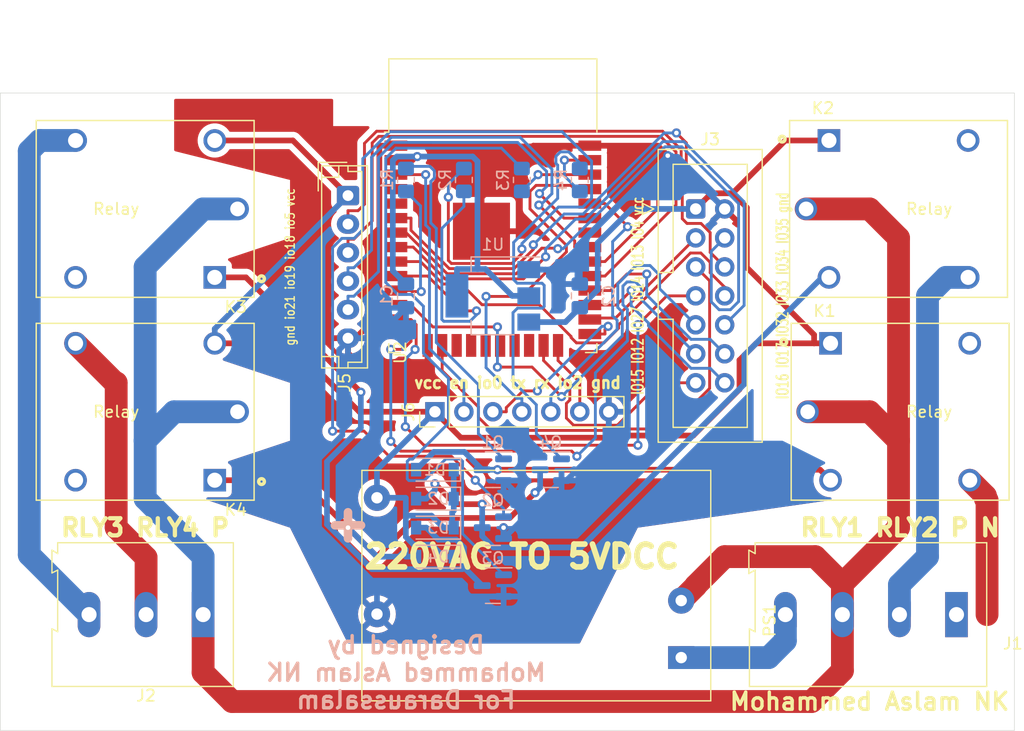
<source format=kicad_pcb>
(kicad_pcb (version 20211014) (generator pcbnew)
  (layers (0 "F.Cu" signal) (31 "B.Cu" signal) (34 "B.Paste" user) (35 "F.Paste" user) (36 "B.SilkS" user "B.Silkscreen") (37 "F.SilkS" user "F.Silkscreen") (38 "B.Mask" user) (39 "F.Mask" user) (44 "Edge.Cuts" user))
  (net 0 "")
  (net 1 "VCC")
  (net 2 "Net-(D1-Pad2)")
  (net 3 "Net-(D2-Pad2)")
  (net 4 "Net-(D3-Pad2)")
  (net 5 "Net-(D4-Pad2)")
  (net 6 "AC")
  (net 7 "Net-(C1-Pad1)")
  (net 8 "GND")
  (net 9 "Earth")
  (net 10 "Net-(J1-Pad1)")
  (net 11 "Net-(J3-Pad3)")
  (net 12 "Net-(J5-Pad2)")
  (net 13 "Net-(J5-Pad3)")
  (net 14 "Net-(J5-Pad4)")
  (net 15 "Net-(J5-Pad5)")
  (net 20 "Net-(Q1-Pad1)")
  (net 21 "Net-(Q2-Pad1)")
  (net 22 "Net-(Q3-Pad1)")
  (net 23 "Net-(Q4-Pad1)")
  (net 24 "Net-(R1-Pad2)")
  (net 25 "Net-(R2-Pad2)")
  (net 26 "Net-(R3-Pad2)")
  (net 27 "Net-(R4-Pad2)")
  (net 30 "Net-(J3-Pad4)")
  (net 37 "Net-(J3-Pad5)")
  (net 39 "Net-(J3-Pad6)")
  (net 40 "Net-(J3-Pad7)")
  (net 41 "Net-(J3-Pad8)")
  (net 42 "Net-(J3-Pad9)")
  (net 43 "Net-(J3-Pad10)")
  (net 44 "Net-(J6-Pad2)")
  (net 45 "Net-(J6-Pad3)")
  (net 46 "Net-(J6-Pad4)")
  (net 47 "Net-(J6-Pad5)")
  (net 48 "Net-(J6-Pad6)")
  (net 49 "Net-(J3-Pad11)")
  (net 50 "Net-(J3-Pad12)")
  (net 51 "Net-(J3-Pad13)")
  (net 52 "Net-(J3-Pad14)")
  (net 53 "Net-(J1-Pad2)")
  (net 54 "Net-(J2-Pad2)")
  (net 55 "Net-(J2-Pad3)")
  (footprint "Connector_IDC:IDC-Header_2x07_P2.54mm_Vertical" (layer "F.Cu") (at 147.32 63.5)
    (fp_text reference "J3")
    (fp_text value "Conn_02x07_Odd_Even")
  )
  (footprint "1111common:Converter_ACDC_CHEAP" (layer "F.Cu") (at 149.86 99.02 180)
    (fp_text reference "PS1")
    (fp_text value "HLK-PM01")
  )
  (footprint "1111common:RELAY_SRD-05VDC-SL-C" (layer "F.Cu") (at 99.06 63.5 180)
    (fp_text reference "K3")
    (fp_text value "Relay")
  )
  (footprint "Connector_PinHeader_2.54mm:PinHeader_1x07_P2.54mm_Vertical" (layer "F.Cu") (at 124.46 81.28 90)
    (fp_text reference "J6")
    (fp_text value "Conn_01x07_Male")
  )
  (footprint "1111common:RELAY_SRD-05VDC-SL-C" (layer "F.Cu") (at 99.06 81.28 180)
    (fp_text reference "K4")
    (fp_text value "Relay")
  )
  (footprint "1111common:RELAY_SRD-05VDC-SL-C" (layer "F.Cu") (at 165.24 81.28)
    (fp_text reference "K1")
    (fp_text value "Relay")
  )
  (footprint "RF_Module:ESP32-WROOM-32" (layer "F.Cu") (at 129.54 66.21)
    (fp_text reference "U2")
    (fp_text value "ESP32-WROOM-32")
  )
  (footprint "1111common:RELAY_SRD-05VDC-SL-C" (layer "F.Cu") (at 165.1 63.5)
    (fp_text reference "K2")
    (fp_text value "Relay")
  )
  (footprint "TerminalBlock:TerminalBlock_Altech_AK300-4_P5.00mm" (layer "F.Cu") (at 170.18 99.06 180)
    (fp_text reference "J1")
    (fp_text value "Screw_Terminal_01x04")
  )
  (footprint "TerminalBlock:TerminalBlock_Altech_AK300-3_P5.00mm" (layer "F.Cu") (at 104.14 99.06 180)
    (fp_text reference "J2")
    (fp_text value "Screw_Terminal_01x03")
  )
  (footprint "Connector_JST:JST_EH_B6B-EH-A_1x06_P2.50mm_Vertical" (layer "F.Cu") (at 116.84 62.33 -90)
    (fp_text reference "J5")
    (fp_text value "Conn_01x06_Female")
  )
  (footprint "Package_TO_SOT_SMD:SOT-23" (layer "B.Cu") (at 129.54 96.52 180)
    (fp_text reference "Q3")
    (fp_text value "BC847")
  )
  (footprint "Diode_SMD:D_SOD-123" (layer "B.Cu") (at 124.46 86.36 180)
    (fp_text reference "D1")
    (fp_text value "1N4007")
  )
  (footprint "Package_TO_SOT_SMD:SOT-223-3_TabPin2" (layer "B.Cu") (at 129.54 71.12 180)
    (fp_text reference "U1")
    (fp_text value "AMS1117")
  )
  (footprint "Package_TO_SOT_SMD:SOT-23" (layer "B.Cu") (at 134.62 86.36 180)
    (fp_text reference "Q4")
    (fp_text value "BC847")
  )
  (footprint "Package_TO_SOT_SMD:SOT-23" (layer "B.Cu") (at 129.54 91.44 180)
    (fp_text reference "Q2")
    (fp_text value "BC847")
  )
  (footprint "Capacitor_SMD:C_0805_2012Metric_Pad1.18x1.45mm_HandSolder" (layer "B.Cu") (at 137.16 71.12 90)
    (fp_text reference "C2")
    (fp_text value "10u")
  )
  (footprint "Diode_SMD:D_SOD-123" (layer "B.Cu") (at 124.46 93.98 180)
    (fp_text reference "D4")
    (fp_text value "1N4007")
  )
  (footprint "Package_TO_SOT_SMD:SOT-23" (layer "B.Cu") (at 129.54 86.36 180)
    (fp_text reference "Q1")
    (fp_text value "BC847")
  )
  (footprint "Diode_SMD:D_SOD-123" (layer "B.Cu") (at 124.46 91.44 180)
    (fp_text reference "D3")
    (fp_text value "1N4007")
  )
  (footprint "Resistor_SMD:R_0805_2012Metric_Pad1.20x1.40mm_HandSolder" (layer "B.Cu") (at 137.16 60.96 -90)
    (fp_text reference "R4")
    (fp_text value "330")
  )
  (footprint "Diode_SMD:D_SOD-123" (layer "B.Cu") (at 124.46 88.9 180)
    (fp_text reference "D2")
    (fp_text value "1N4007")
  )
  (footprint "Resistor_SMD:R_0805_2012Metric_Pad1.20x1.40mm_HandSolder" (layer "B.Cu") (at 132.08 60.96 -90)
    (fp_text reference "R3")
    (fp_text value "330")
  )
  (footprint "Capacitor_SMD:C_0805_2012Metric_Pad1.18x1.45mm_HandSolder" (layer "B.Cu") (at 121.92 71.12 -90)
    (fp_text reference "C1")
    (fp_text value "10u")
  )
  (footprint "Resistor_SMD:R_0805_2012Metric_Pad1.20x1.40mm_HandSolder" (layer "B.Cu") (at 127 60.96 -90)
    (fp_text reference "R2")
    (fp_text value "330")
  )
  (footprint "Resistor_SMD:R_0805_2012Metric_Pad1.20x1.40mm_HandSolder" (layer "B.Cu") (at 121.92 60.96 -90)
    (fp_text reference "R1")
    (fp_text value "330")
  )
  (gr_rect (start 86.36 53.34) (end 175.26 109.22) (layer "Edge.Cuts") (width 0.05) (fill none))
  (gr_text "+" (at 116.84 91.44 180) (layer "B.SilkS") (effects (font (size 3 3) (thickness 0.75)) (justify mirror)))
  (gr_text "Designed by\nMohammed Aslam NK\nFor Daraussalam" (at 121.92 104.14) (layer "B.SilkS") (effects (font (size 1.5 1.5) (thickness 0.3)) (justify mirror)))
  (gr_text "Relay" (at 96.52 63.5) (layer "F.SilkS") (effects (font (size 1 1))))
  (gr_text "Relay" (at 167.78 81.28) (layer "F.SilkS") (effects (font (size 1 1))))
  (gr_text "Relay" (at 96.52 81.28) (layer "F.SilkS") (effects (font (size 1 1))))
  (gr_text "RLY3 RLY4 P" (at 99.06 91.44) (layer "F.SilkS") (effects (font (size 1.5 1.5) (thickness 0.375))))
  (gr_text "Relay" (at 167.78 63.5) (layer "F.SilkS") (effects (font (size 1 1))))
  (gr_text "220VAC TO 5VDCC" (at 132.08 93.98) (layer "F.SilkS") (effects (font (size 2 2) (thickness 0.5))))
  (gr_text "IO15 IO12 IO27 IO14 IO13 IO4 vcc" (at 142.24 71.12 90) (layer "F.SilkS") (effects (font (size 1 0.65))))
  (gr_text "IO16 IO17 IO32 IO33 IO34 IO35 gnd" (at 154.94 71.12 90) (layer "F.SilkS") (effects (font (size 1 0.65))))
  (gr_text "gnd io21 io19 io18 io5 vcc" (at 111.76 68.58 90) (layer "F.SilkS") (effects (font (size 0.8 0.65) (thickness 0.125))))
  (gr_text "      vcc en io0 tx rx io2 gnd" (at 129.54 78.74) (layer "F.SilkS") (effects (font (size 1 0.95) (thickness 0.2375))))
  (gr_text "Mohammed Aslam NK\n" (at 162.56 106.68) (layer "F.SilkS") (effects (font (size 1.5 1.5) (thickness 0.3))))
  (gr_text "RLY1 RLY2 P N" (at 165.24 91.44) (layer "F.SilkS") (effects (font (size 1.5 1.5) (thickness 0.375))))
  (segment (start 148.8952 62.1278) (end 150.5474 62.1278) (width 0.5) (layer "F.Cu") (net 1))
  (segment (start 112.01 57.5) (end 105.16 57.5) (width 0.5) (layer "F.Cu") (net 1))
  (segment (start 147.1131 83.3639) (end 141 83.3639) (width 0.5) (layer "F.Cu") (net 1))
  (segment (start 159.14 57.5) (end 155.1753 57.5) (width 0.5) (layer "F.Cu") (net 1))
  (segment (start 111.8298 75.28) (end 117.8298 81.28) (width 0.5) (layer "F.Cu") (net 1))
  (segment (start 151.1604 76.7456) (end 151.1604 79.3166) (width 0.5) (layer "F.Cu") (net 1))
  (segment (start 152.626 75.28) (end 151.1604 76.7456) (width 0.5) (layer "F.Cu") (net 1))
  (segment (start 148.4147 62.4053) (end 148.6177 62.4053) (width 0.5) (layer "F.Cu") (net 1))
  (segment (start 126.734 83.554) (end 124.46 81.28) (width 0.5) (layer "F.Cu") (net 1))
  (segment (start 157.6997 74.5338) (end 151.8035 68.6376) (width 0.5) (layer "F.Cu") (net 1))
  (segment (start 117.8298 81.28) (end 124.46 81.28) (width 0.5) (layer "F.Cu") (net 1))
  (segment (start 150.5474 62.1278) (end 150.5475 62.1278) (width 0.5) (layer "F.Cu") (net 1))
  (segment (start 147.32 63.5) (end 148.4147 62.4053) (width 0.5) (layer "F.Cu") (net 1))
  (segment (start 159.14 75.28) (end 157.6997 75.28) (width 0.5) (layer "F.Cu") (net 1))
  (segment (start 157.6997 75.28) (end 152.626 75.28) (width 0.5) (layer "F.Cu") (net 1))
  (segment (start 148.6177 62.4053) (end 148.8952 62.1278) (width 0.5) (layer "F.Cu") (net 1))
  (segment (start 155.1753 57.5) (end 150.5475 62.1278) (width 0.5) (layer "F.Cu") (net 1))
  (segment (start 105.16 75.28) (end 111.8298 75.28) (width 0.5) (layer "F.Cu") (net 1))
  (segment (start 151.8035 68.6376) (end 151.8035 63.3839) (width 0.5) (layer "F.Cu") (net 1))
  (segment (start 140.8099 83.554) (end 126.734 83.554) (width 0.5) (layer "F.Cu") (net 1))
  (segment (start 116.84 62.33) (end 112.01 57.5) (width 0.5) (layer "F.Cu") (net 1))
  (segment (start 151.1604 79.3166) (end 147.1131 83.3639) (width 0.5) (layer "F.Cu") (net 1))
  (segment (start 157.6997 75.28) (end 157.6997 74.5338) (width 0.5) (layer "F.Cu") (net 1))
  (segment (start 151.8035 63.3839) (end 150.5475 62.1278) (width 0.5) (layer "F.Cu") (net 1))
  (segment (start 141 83.3639) (end 140.8099 83.554) (width 0.5) (layer "F.Cu") (net 1))
  (segment (start 135.8975 73.42) (end 137.16 72.1575) (width 0.5) (layer "B.Cu") (net 1))
  (segment (start 125.2097 91.44) (end 124.1593 90.3896) (width 0.5) (layer "B.Cu") (net 1))
  (segment (start 138.7323 66.4706) (end 138.7323 70.5852) (width 0.5) (layer "B.Cu") (net 1))
  (segment (start 121.9096 88.8496) (end 121.88 88.82) (width 0.5) (layer "B.Cu") (net 1))
  (segment (start 116.84 62.33) (end 105.16 74.01) (width 0.5) (layer "B.Cu") (net 1))
  (segment (start 124.1593 90.3896) (end 121.9096 90.3896) (width 0.5) (layer "B.Cu") (net 1))
  (segment (start 119.38 88.82) (end 119.38 86.36) (width 0.5) (layer "B.Cu") (net 1))
  (segment (start 126.11 91.44) (end 125.9742 91.44) (width 0.5) (layer "B.Cu") (net 1))
  (segment (start 125.9742 91.44) (end 125.2097 91.44) (width 0.5) (layer "B.Cu") (net 1))
  (segment (start 126.11 88.9) (end 126.11 89.9503) (width 0.5) (layer "B.Cu") (net 1))
  (segment (start 105.16 74.01) (end 105.16 75.28) (width 0.5) (layer "B.Cu") (net 1))
  (segment (start 138.7323 70.5852) (end 137.16 72.1575) (width 0.5) (layer "B.Cu") (net 1))
  (segment (start 122.5938 92.9296) (end 121.9096 92.2454) (width 0.5) (layer "B.Cu") (net 1))
  (segment (start 121.9096 92.2454) (end 121.9096 90.3896) (width 0.5) (layer "B.Cu") (net 1))
  (segment (start 126.11 93.98) (end 125.2097 93.98) (width 0.5) (layer "B.Cu") (net 1))
  (segment (start 125.9742 90.0861) (end 125.9742 91.44) (width 0.5) (layer "B.Cu") (net 1))
  (segment (start 119.38 86.36) (end 124.46 81.28) (width 0.5) (layer "B.Cu") (net 1))
  (segment (start 141.7029 63.5) (end 138.7323 66.4706) (width 0.5) (layer "B.Cu") (net 1))
  (segment (start 147.32 63.5) (end 141.7029 63.5) (width 0.5) (layer "B.Cu") (net 1))
  (segment (start 121.9096 90.3896) (end 121.9096 88.8496) (width 0.5) (layer "B.Cu") (net 1))
  (segment (start 126.11 89.9503) (end 125.9742 90.0861) (width 0.5) (layer "B.Cu") (net 1))
  (segment (start 121.88 88.82) (end 119.38 88.82) (width 0.5) (layer "B.Cu") (net 1))
  (segment (start 126.11 88.9) (end 126.11 86.36) (width 0.5) (layer "B.Cu") (net 1))
  (segment (start 125.2097 93.98) (end 124.1593 92.9296) (width 0.5) (layer "B.Cu") (net 1))
  (segment (start 124.1593 92.9296) (end 122.5938 92.9296) (width 0.5) (layer "B.Cu") (net 1))
  (segment (start 132.69 73.42) (end 135.8975 73.42) (width 0.5) (layer "B.Cu") (net 1))
  (segment (start 159.14 87.28) (end 158.22 86.36) (width 0.5) (layer "F.Cu") (net 2))
  (segment (start 158.22 86.36) (end 129.9415 86.36) (width 0.5) (layer "F.Cu") (net 2))
  (via (at 129.9415 86.36) (size 0.8) (drill 0.4) (layers "F.Cu" "B.Cu") (net 2))
  (segment (start 124.3694 84.8006) (end 122.81 86.36) (width 0.5) (layer "B.Cu") (net 2))
  (segment (start 128.6025 86.36) (end 127.0431 84.8006) (width 0.5) (layer "B.Cu") (net 2))
  (segment (start 127.0431 84.8006) (end 124.3694 84.8006) (width 0.5) (layer "B.Cu") (net 2))
  (segment (start 129.9415 86.36) (end 128.6025 86.36) (width 0.5) (layer "B.Cu") (net 2))
  (segment (start 124.46 87.5942) (end 126.248 89.3822) (width 0.5) (layer "F.Cu") (net 3))
  (segment (start 126.248 89.3822) (end 128.6025 89.3822) (width 0.5) (layer "F.Cu") (net 3))
  (via (at 124.46 87.5942) (size 0.8) (drill 0.4) (layers "F.Cu" "B.Cu") (net 3))
  (via (at 128.6025 89.3822) (size 0.8) (drill 0.4) (layers "F.Cu" "B.Cu") (net 3))
  (segment (start 158.4048 69.5) (end 151.5822 76.3226) (width 0.5) (layer "B.Cu") (net 3))
  (segment (start 128.6025 91.44) (end 128.6025 89.3822) (width 0.5) (layer "B.Cu") (net 3))
  (segment (start 151.5822 76.3226) (end 151.5822 78.8569) (width 0.5) (layer "B.Cu") (net 3))
  (segment (start 124.46 88.1503) (end 123.7103 88.9) (width 0.5) (layer "B.Cu") (net 3))
  (segment (start 129.5863 93.1686) (end 128.6025 92.1848) (width 0.5) (layer "B.Cu") (net 3))
  (segment (start 128.6025 92.1848) (end 128.6025 91.44) (width 0.5) (layer "B.Cu") (net 3))
  (segment (start 123.7103 88.9) (end 122.81 88.9) (width 0.5) (layer "B.Cu") (net 3))
  (segment (start 151.5822 78.8569) (end 137.2705 93.1686) (width 0.5) (layer "B.Cu") (net 3))
  (segment (start 137.2705 93.1686) (end 129.5863 93.1686) (width 0.5) (layer "B.Cu") (net 3))
  (segment (start 159.14 69.5) (end 158.4048 69.5) (width 0.5) (layer "B.Cu") (net 3))
  (segment (start 124.46 87.5942) (end 124.46 88.1503) (width 0.5) (layer "B.Cu") (net 3))
  (segment (start 107.8943 69.5) (end 117.9644 79.5701) (width 0.5) (layer "F.Cu") (net 4))
  (segment (start 105.16 69.5) (end 107.8943 69.5) (width 0.5) (layer "F.Cu") (net 4))
  (via (at 117.9644 79.5701) (size 0.8) (drill 0.4) (layers "F.Cu" "B.Cu") (net 4))
  (segment (start 114.99952 85.658841) (end 117.9644 82.693961) (width 0.5) (layer "B.Cu") (net 4))
  (segment (start 118.92907 95.0798) (end 114.99952 91.15025) (width 0.5) (layer "B.Cu") (net 4))
  (segment (start 114.99952 91.15025) (end 114.99952 85.658841) (width 0.5) (layer "B.Cu") (net 4))
  (segment (start 127.0104 94.9279) (end 126.8585 95.0798) (width 0.5) (layer "B.Cu") (net 4))
  (segment (start 122.81 91.44) (end 123.7103 91.44) (width 0.5) (layer "B.Cu") (net 4))
  (segment (start 127.0104 94.9279) (end 127.0104 93.1759) (width 0.5) (layer "B.Cu") (net 4))
  (segment (start 117.9644 82.693961) (end 117.9644 79.5701) (width 0.5) (layer "B.Cu") (net 4))
  (segment (start 127.0104 94.9279) (end 128.6025 96.52) (width 0.5) (layer "B.Cu") (net 4))
  (segment (start 126.8585 95.0798) (end 118.92907 95.0798) (width 0.5) (layer "B.Cu") (net 4))
  (segment (start 126.3249 92.4904) (end 124.7607 92.4904) (width 0.5) (layer "B.Cu") (net 4))
  (segment (start 127.0104 93.1759) (end 126.3249 92.4904) (width 0.5) (layer "B.Cu") (net 4))
  (segment (start 124.7607 92.4904) (end 123.7103 91.44) (width 0.5) (layer "B.Cu") (net 4))
  (segment (start 122.769511 90.590489) (end 131.019611 90.590489) (width 0.5) (layer "F.Cu") (net 5))
  (segment (start 131.019611 90.590489) (end 133.2364 88.3737) (width 0.5) (layer "F.Cu") (net 5))
  (segment (start 116.84 91.44) (end 112.68 87.28) (width 0.5) (layer "F.Cu") (net 5))
  (segment (start 119.38 93.98) (end 122.769511 90.590489) (width 0.5) (layer "F.Cu") (net 5))
  (segment (start 112.68 87.28) (end 105.16 87.28) (width 0.5) (layer "F.Cu") (net 5))
  (segment (start 116.84 91.44) (end 119.38 93.98) (width 0.5) (layer "F.Cu") (net 5))
  (via (at 133.2364 88.3737) (size 0.8) (drill 0.4) (layers "F.Cu" "B.Cu") (net 5))
  (via (at 116.84 91.44) (size 0.8) (drill 0.4) (layers "F.Cu" "B.Cu") (net 5))
  (segment (start 121.3077 93.98) (end 121.9097 93.378) (width 0.5) (layer "B.Cu") (net 5))
  (segment (start 121.9097 93.98) (end 122.81 93.98) (width 0.5) (layer "B.Cu") (net 5))
  (segment (start 133.2364 88.3737) (end 133.6825 87.9276) (width 0.5) (layer "B.Cu") (net 5))
  (segment (start 116.84 91.44) (end 119.38 93.98) (width 0.5) (layer "B.Cu") (net 5))
  (segment (start 121.9097 93.378) (end 121.9097 93.98) (width 0.5) (layer "B.Cu") (net 5))
  (segment (start 133.6825 87.9276) (end 133.6825 86.36) (width 0.5) (layer "B.Cu") (net 5))
  (segment (start 119.38 93.98) (end 121.3077 93.98) (width 0.5) (layer "B.Cu") (net 5))
  (segment (start 155.18 101.36) (end 153.71 102.83) (width 2) (layer "B.Cu") (net 6))
  (segment (start 153.71 102.83) (end 146.05 102.83) (width 2) (layer "B.Cu") (net 6))
  (segment (start 155.18 99.06) (end 155.18 101.36) (width 2) (layer "B.Cu") (net 6))
  (segment (start 122.8066 58.9087) (end 122.909 58.9087) (width 0.5) (layer "F.Cu") (net 7))
  (segment (start 121.04 59.225) (end 122.4903 59.225) (width 0.5) (layer "F.Cu") (net 7))
  (segment (start 122.4903 59.225) (end 122.8066 58.9087) (width 0.5) (layer "F.Cu") (net 7))
  (via (at 122.909 58.9087) (size 0.8) (drill 0.4) (layers "F.Cu" "B.Cu") (net 7))
  (segment (start 120.7686 68.9311) (end 120.7686 59.2589) (width 0.5) (layer "B.Cu") (net 7))
  (segment (start 128.1909 59.3278) (end 128.1909 68.7697) (width 0.5) (layer "B.Cu") (net 7))
  (segment (start 120.7686 59.2589) (end 121.1188 58.9087) (width 0.5) (layer "B.Cu") (net 7))
  (segment (start 121.92 70.0825) (end 120.7686 68.9311) (width 0.5) (layer "B.Cu") (net 7))
  (segment (start 127.7718 58.9087) (end 128.1909 59.3278) (width 0.5) (layer "B.Cu") (net 7))
  (segment (start 121.1188 58.9087) (end 122.909 58.9087) (width 0.5) (layer "B.Cu") (net 7))
  (segment (start 122.909 58.9087) (end 127.7718 58.9087) (width 0.5) (layer "B.Cu") (net 7))
  (segment (start 128.8894 68.7697) (end 128.1909 68.7697) (width 0.5) (layer "B.Cu") (net 7))
  (segment (start 131.2397 71.12) (end 128.8894 68.7697) (width 0.5) (layer "B.Cu") (net 7))
  (segment (start 132.69 71.12) (end 131.2397 71.12) (width 0.5) (layer "B.Cu") (net 7))
  (segment (start 126.39 71.12) (end 126.39 68.7697) (width 0.5) (layer "B.Cu") (net 7))
  (segment (start 128.1909 68.7697) (end 126.39 68.7697) (width 0.5) (layer "B.Cu") (net 7))
  (segment (start 123.825 76.1901) (end 123.825 75.465) (width 0.5) (layer "F.Cu") (net 8))
  (segment (start 125.3975 96.52) (end 130.4775 91.44) (width 0.5) (layer "F.Cu") (net 8))
  (segment (start 116.84 76.1303) (end 117.625 76.9153) (width 0.5) (layer "F.Cu") (net 8))
  (segment (start 143.9958 57.955) (end 144.8695 58.8287) (width 0.5) (layer "F.Cu") (net 8))
  (segment (start 121.88 96.52) (end 125.3975 96.52) (width 0.5) (layer "F.Cu") (net 8))
  (segment (start 119.5897 72.7304) (end 119.5897 57.955) (width 0.5) (layer "F.Cu") (net 8))
  (segment (start 123.9903 57.955) (end 121.04 57.955) (width 0.5) (layer "F.Cu") (net 8))
  (segment (start 133.0897 57.955) (end 128.54 62.5047) (width 0.5) (layer "F.Cu") (net 8))
  (segment (start 138.04 57.955) (end 133.0897 57.955) (width 0.5) (layer "F.Cu") (net 8))
  (segment (start 138.04 57.955) (end 143.9958 57.955) (width 0.5) (layer "F.Cu") (net 8))
  (segment (start 117.625 76.9153) (end 123.825 76.9153) (width 0.5) (layer "F.Cu") (net 8))
  (segment (start 128.54 62.5047) (end 123.9903 57.955) (width 0.5) (layer "F.Cu") (net 8))
  (segment (start 123.825 76.1901) (end 123.825 76.9153) (width 0.5) (layer "F.Cu") (net 8))
  (segment (start 128.54 65.2399) (end 128.54 62.5047) (width 0.5) (layer "F.Cu") (net 8))
  (segment (start 116.84 74.83) (end 116.84 75.4801) (width 0.5) (layer "F.Cu") (net 8))
  (segment (start 116.84 75.4801) (end 116.84 76.1303) (width 0.5) (layer "F.Cu") (net 8))
  (segment (start 119.38 99.02) (end 121.88 96.52) (width 0.5) (layer "F.Cu") (net 8))
  (segment (start 116.84 75.4801) (end 119.5897 72.7304) (width 0.5) (layer "F.Cu") (net 8))
  (segment (start 128.54 65.2399) (end 128.54 65.455) (width 0.5) (layer "F.Cu") (net 8))
  (segment (start 121.04 57.955) (end 119.5897 57.955) (width 0.5) (layer "F.Cu") (net 8))
  (via (at 144.8695 58.8287) (size 0.8) (drill 0.4) (layers "F.Cu" "B.Cu") (net 8))
  (via (at 130.4775 91.44) (size 0.8) (drill 0.4) (layers "F.Cu" "B.Cu") (net 8))
  (segment (start 119.2475 74.83) (end 117.0776 74.83) (width 0.5) (layer "B.Cu") (net 8))
  (segment (start 117.0776 74.83) (end 116.84 74.83) (width 0.5) (layer "B.Cu") (net 8))
  (segment (start 132.69 68.82) (end 134.1403 68.82) (width 0.5) (layer "B.Cu") (net 8))
  (segment (start 133.607 89.2605) (end 135.5575 87.31) (width 0.5) (layer "B.Cu") (net 8))
  (segment (start 134.1403 68.82) (end 136.9539 68.82) (width 0.5) (layer "B.Cu") (net 8))
  (segment (start 130.4775 92.39) (end 132.428 90.4395) (width 0.5) (layer "B.Cu") (net 8))
  (segment (start 132.428 89.2605) (end 133.607 89.2605) (width 0.5) (layer "B.Cu") (net 8))
  (segment (start 145.1887 58.8287) (end 149.86 63.5) (width 0.5) (layer "B.Cu") (net 8))
  (segment (start 121.92 72.1575) (end 119.2475 74.83) (width 0.5) (layer "B.Cu") (net 8))
  (segment (start 136.9539 66.7443) (end 144.8695 58.8287) (width 0.5) (layer "B.Cu") (net 8))
  (segment (start 114.3 91.44) (end 119.38 96.52) (width 0.5) (layer "B.Cu") (net 8))
  (segment (start 136.9539 68.82) (end 136.9539 66.7443) (width 0.5) (layer "B.Cu") (net 8))
  (segment (start 135.981 87.31) (end 139.7 83.591) (width 0.5) (layer "B.Cu") (net 8))
  (segment (start 116.339111 83.32998) (end 114.3 85.369091) (width 0.5) (layer "B.Cu") (net 8))
  (segment (start 116.339111 82.62622) (end 116.339111 83.32998) (width 0.5) (layer "B.Cu") (net 8))
  (segment (start 117.0776 74.83) (end 116.06412 75.84348) (width 0.5) (layer "B.Cu") (net 8))
  (segment (start 137.16 70.0825) (end 136.9539 69.8764) (width 0.5) (layer "B.Cu") (net 8))
  (segment (start 135.5575 87.31) (end 135.981 87.31) (width 0.5) (layer "B.Cu") (net 8))
  (segment (start 132.428 90.4395) (end 132.428 89.2605) (width 0.5) (layer "B.Cu") (net 8))
  (segment (start 119.38 99.02) (end 120.93 97.47) (width 0.5) (layer "B.Cu") (net 8))
  (segment (start 130.4775 87.31) (end 132.428 89.2605) (width 0.5) (layer "B.Cu") (net 8))
  (segment (start 114.3 85.369091) (end 114.3 91.44) (width 0.5) (layer "B.Cu") (net 8))
  (segment (start 119.38 96.52) (end 119.38 99.02) (width 0.5) (layer "B.Cu") (net 8))
  (segment (start 116.06412 82.351229) (end 116.339111 82.62622) (width 0.5) (layer "B.Cu") (net 8))
  (segment (start 120.93 97.47) (end 130.4775 97.47) (width 0.5) (layer "B.Cu") (net 8))
  (segment (start 139.7 83.591) (end 139.7 81.28) (width 0.5) (layer "B.Cu") (net 8))
  (segment (start 144.8695 58.8287) (end 145.1887 58.8287) (width 0.5) (layer "B.Cu") (net 8))
  (segment (start 116.06412 75.84348) (end 116.06412 82.351229) (width 0.5) (layer "B.Cu") (net 8))
  (segment (start 130.4775 92.39) (end 130.4775 91.44) (width 0.5) (layer "B.Cu") (net 8))
  (segment (start 136.9539 69.8764) (end 136.9539 68.82) (width 0.5) (layer "B.Cu") (net 8))
  (segment (start 165.1 83.82) (end 165.1 91.44) (width 2) (layer "F.Cu") (net 9))
  (segment (start 147.32 96.52) (end 149.86 93.98) (width 2) (layer "F.Cu") (net 9))
  (segment (start 149.86 93.98) (end 157.8 93.98) (width 2) (layer "F.Cu") (net 9))
  (segment (start 104.14 99.06) (end 104.14 104.14) (width 2) (layer "F.Cu") (net 9))
  (segment (start 106.68 106.68) (end 157.48 106.68) (width 2) (layer "F.Cu") (net 9))
  (segment (start 165.1 83.82) (end 165.1 66.04) (width 2) (layer "F.Cu") (net 9))
  (segment (start 104.14 104.14) (end 106.68 106.68) (width 2) (layer "F.Cu") (net 9))
  (segment (start 157.8 93.98) (end 160.18 96.36) (width 2) (layer "F.Cu") (net 9))
  (segment (start 165.1 66.04) (end 162.56 63.5) (width 2) (layer "F.Cu") (net 9))
  (segment (start 146.05 97.83) (end 147.32 96.56) (width 2) (layer "F.Cu") (net 9))
  (segment (start 160.18 103.98) (end 160.18 99.06) (width 2) (layer "F.Cu") (net 9))
  (segment (start 162.56 63.5) (end 157 63.5) (width 2) (layer "F.Cu") (net 9))
  (segment (start 147.32 96.56) (end 147.32 96.52) (width 2) (layer "F.Cu") (net 9))
  (segment (start 160.18 96.36) (end 160.18 99.06) (width 2) (layer "F.Cu") (net 9))
  (segment (start 162.56 81.28) (end 165.1 83.82) (width 2) (layer "F.Cu") (net 9))
  (segment (start 165.1 91.44) (end 160.18 96.36) (width 2) (layer "F.Cu") (net 9))
  (segment (start 157.14 81.28) (end 162.56 81.28) (width 2) (layer "F.Cu") (net 9))
  (segment (start 157.48 106.68) (end 160.18 103.98) (width 2) (layer "F.Cu") (net 9))
  (segment (start 99.06 83.82) (end 101.6 81.28) (width 2) (layer "B.Cu") (net 9))
  (segment (start 99.06 88.9) (end 99.06 83.82) (width 2) (layer "B.Cu") (net 9))
  (segment (start 104.14 63.5) (end 99.06 68.58) (width 2) (layer "B.Cu") (net 9))
  (segment (start 104.14 93.98) (end 104.14 99.06) (width 2) (layer "B.Cu") (net 9))
  (segment (start 107.16 63.5) (end 104.14 63.5) (width 2) (layer "B.Cu") (net 9))
  (segment (start 99.06 83.82) (end 99.06 68.58) (width 2) (layer "B.Cu") (net 9))
  (segment (start 104.14 93.98) (end 99.06 88.9) (width 2) (layer "B.Cu") (net 9))
  (segment (start 101.6 81.28) (end 107.16 81.28) (width 2) (layer "B.Cu") (net 9))
  (segment (start 172.86 89.04) (end 172.86 99.06) (width 2) (layer "F.Cu") (net 10))
  (segment (start 172.72 88.66) (end 172.72 88.9) (width 2) (layer "F.Cu") (net 10))
  (segment (start 171.34 87.28) (end 172.72 88.66) (width 2) (layer "F.Cu") (net 10))
  (segment (start 172.72 88.9) (end 172.86 89.04) (width 2) (layer "F.Cu") (net 10))
  (segment (start 138.1706 73.0644) (end 138.04 73.195) (width 0.25) (layer "F.Cu") (net 11))
  (segment (start 140.2956 73.0644) (end 138.1706 73.0644) (width 0.25) (layer "F.Cu") (net 11))
  (segment (start 147.32 66.04) (end 140.2956 73.0644) (width 0.25) (layer "F.Cu") (net 11))
  (segment (start 118.2856 57.7502) (end 118.2856 63.0906) (width 0.25) (layer "F.Cu") (net 12))
  (segment (start 146.0452 59.5156) (end 146.0452 58.3134) (width 0.25) (layer "F.Cu") (net 12))
  (segment (start 145.5949 59.9659) (end 146.0452 59.5156) (width 0.25) (layer "F.Cu") (net 12))
  (segment (start 117.7215 63.6547) (end 116.84 63.6547) (width 0.25) (layer "F.Cu") (net 12))
  (segment (start 144.42 56.6882) (end 119.3476 56.6882) (width 0.25) (layer "F.Cu") (net 12))
  (segment (start 116.84 64.83) (end 116.84 63.6547) (width 0.25) (layer "F.Cu") (net 12))
  (segment (start 119.3476 56.6882) (end 118.2856 57.7502) (width 0.25) (layer "F.Cu") (net 12))
  (segment (start 138.04 69.385) (end 139.3653 69.385) (width 0.25) (layer "F.Cu") (net 12))
  (segment (start 139.3653 69.385) (end 145.5949 63.1554) (width 0.25) (layer "F.Cu") (net 12))
  (segment (start 146.0452 58.3134) (end 144.42 56.6882) (width 0.25) (layer "F.Cu") (net 12))
  (segment (start 145.5949 63.1554) (end 145.5949 59.9659) (width 0.25) (layer "F.Cu") (net 12))
  (segment (start 118.2856 63.0906) (end 117.7215 63.6547) (width 0.25) (layer "F.Cu") (net 12))
  (segment (start 145.5949 58.5) (end 145.5949 59.2162) (width 0.25) (layer "F.Cu") (net 13))
  (segment (start 116.84 67.33) (end 116.84 66.1547) (width 0.25) (layer "F.Cu") (net 13))
  (segment (start 143.9937 63.4866) (end 139.3653 68.115) (width 0.25) (layer "F.Cu") (net 13))
  (segment (start 118.9608 64.5481) (end 118.9608 57.7119) (width 0.25) (layer "F.Cu") (net 13))
  (segment (start 117.3542 66.1547) (end 118.9608 64.5481) (width 0.25) (layer "F.Cu") (net 13))
  (segment (start 143.9937 60.8174) (end 143.9937 63.4866) (width 0.25) (layer "F.Cu") (net 13))
  (segment (start 144.2334 57.1385) (end 145.5949 58.5) (width 0.25) (layer "F.Cu") (net 13))
  (segment (start 119.5342 57.1385) (end 144.2334 57.1385) (width 0.25) (layer "F.Cu") (net 13))
  (segment (start 145.5949 59.2162) (end 143.9937 60.8174) (width 0.25) (layer "F.Cu") (net 13))
  (segment (start 138.04 68.115) (end 139.3653 68.115) (width 0.25) (layer "F.Cu") (net 13))
  (segment (start 118.9608 57.7119) (end 119.5342 57.1385) (width 0.25) (layer "F.Cu") (net 13))
  (segment (start 116.84 66.1547) (end 117.3542 66.1547) (width 0.25) (layer "F.Cu") (net 13))
  (segment (start 138.04 66.845) (end 136.7147 66.845) (width 0.25) (layer "F.Cu") (net 14))
  (segment (start 136.7147 66.3044) (end 133.571 63.1607) (width 0.25) (layer "F.Cu") (net 14))
  (segment (start 136.7147 66.845) (end 136.7147 66.3044) (width 0.25) (layer "F.Cu") (net 14))
  (via (at 133.571 63.1607) (size 0.8) (drill 0.4) (layers "F.Cu" "B.Cu") (net 14))
  (segment (start 134.7155 60.0104) (end 134.7155 62.1621) (width 0.25) (layer "B.Cu") (net 14))
  (segment (start 118.9047 67.1042) (end 118.9047 58.9671) (width 0.25) (layer "B.Cu") (net 14))
  (segment (start 134.7155 62.1621) (end 133.7169 63.1607) (width 0.25) (layer "B.Cu") (net 14))
  (segment (start 120.6521 57.2197) (end 131.9248 57.2197) (width 0.25) (layer "B.Cu") (net 14))
  (segment (start 116.84 68.6547) (end 117.3542 68.6547) (width 0.25) (layer "B.Cu") (net 14))
  (segment (start 118.9047 58.9671) (end 120.6521 57.2197) (width 0.25) (layer "B.Cu") (net 14))
  (segment (start 133.7169 63.1607) (end 133.571 63.1607) (width 0.25) (layer "B.Cu") (net 14))
  (segment (start 116.84 69.83) (end 116.84 68.6547) (width 0.25) (layer "B.Cu") (net 14))
  (segment (start 117.3542 68.6547) (end 118.9047 67.1042) (width 0.25) (layer "B.Cu") (net 14))
  (segment (start 131.9248 57.2197) (end 134.7155 60.0104) (width 0.25) (layer "B.Cu") (net 14))
  (segment (start 138.04 64.305) (end 135.7701 64.305) (width 0.25) (layer "F.Cu") (net 15))
  (segment (start 135.7701 64.305) (end 133.6254 62.1603) (width 0.25) (layer "F.Cu") (net 15))
  (via (at 133.6254 62.1603) (size 0.8) (drill 0.4) (layers "F.Cu" "B.Cu") (net 15))
  (segment (start 131.7128 57.67) (end 134.2477 60.2049) (width 0.25) (layer "B.Cu") (net 15))
  (segment (start 119.514 58.9947) (end 120.8387 57.67) (width 0.25) (layer "B.Cu") (net 15))
  (segment (start 117.3542 71.1547) (end 119.514 68.9949) (width 0.25) (layer "B.Cu") (net 15))
  (segment (start 134.2477 60.2049) (end 134.2477 61.538) (width 0.25) (layer "B.Cu") (net 15))
  (segment (start 116.84 71.1547) (end 117.3542 71.1547) (width 0.25) (layer "B.Cu") (net 15))
  (segment (start 120.8387 57.67) (end 131.7128 57.67) (width 0.25) (layer "B.Cu") (net 15))
  (segment (start 116.84 72.33) (end 116.84 71.1547) (width 0.25) (layer "B.Cu") (net 15))
  (segment (start 119.514 68.9949) (end 119.514 58.9947) (width 0.25) (layer "B.Cu") (net 15))
  (segment (start 134.2477 61.538) (end 133.6254 62.1603) (width 0.25) (layer "B.Cu") (net 15))
  (segment (start 124.0975 64.7267) (end 124.5809 65.2101) (width 0.25) (layer "B.Cu") (net 20))
  (segment (start 124.581 65.2101) (end 124.581 75.2148) (width 0.25) (layer "B.Cu") (net 20))
  (segment (start 124.5809 65.2101) (end 124.581 65.2101) (width 0.25) (layer "B.Cu") (net 20))
  (segment (start 122.1104 59.7696) (end 124.0213 59.7696) (width 0.25) (layer "B.Cu") (net 20))
  (segment (start 128.27 83.2025) (end 130.4775 85.41) (width 0.25) (layer "B.Cu") (net 20))
  (segment (start 124.0975 61.0998) (end 124.0975 64.7267) (width 0.25) (layer "B.Cu") (net 20))
  (segment (start 124.0213 59.7696) (end 124.411 60.1593) (width 0.25) (layer "B.Cu") (net 20))
  (segment (start 124.581 75.2148) (end 128.27 78.9038) (width 0.25) (layer "B.Cu") (net 20))
  (segment (start 124.411 60.1593) (end 124.411 60.7863) (width 0.25) (layer "B.Cu") (net 20))
  (segment (start 121.92 59.96) (end 122.1104 59.7696) (width 0.25) (layer "B.Cu") (net 20))
  (segment (start 128.27 78.9038) (end 128.27 83.2025) (width 0.25) (layer "B.Cu") (net 20))
  (segment (start 124.411 60.7863) (end 124.0975 61.0998) (width 0.25) (layer "B.Cu") (net 20))
  (segment (start 132.0855 67.0143) (end 132.0855 67.4064) (width 0.25) (layer "F.Cu") (net 21))
  (segment (start 118.246 82.9781) (end 115.4896 82.9781) (width 0.25) (layer "F.Cu") (net 21))
  (segment (start 125.8957 85.1816) (end 120.4495 85.1816) (width 0.25) (layer "F.Cu") (net 21))
  (segment (start 120.4495 85.1816) (end 118.246 82.9781) (width 0.25) (layer "F.Cu") (net 21))
  (segment (start 125.9052 68.2803) (end 125.6375 68.0126) (width 0.25) (layer "F.Cu") (net 21))
  (segment (start 132.0855 67.4064) (end 131.2116 68.2803) (width 0.25) (layer "F.Cu") (net 21))
  (segment (start 128.0003 87.2862) (end 125.8957 85.1816) (width 0.25) (layer "F.Cu") (net 21))
  (segment (start 131.2116 68.2803) (end 125.9052 68.2803) (width 0.25) (layer "F.Cu") (net 21))
  (segment (start 125.6375 68.0126) (end 125.6375 62.4669) (width 0.25) (layer "F.Cu") (net 21))
  (via (at 115.4896 82.9781) (size 0.8) (drill 0.4) (layers "F.Cu" "B.Cu") (net 21))
  (via (at 128.0003 87.2862) (size 0.8) (drill 0.4) (layers "F.Cu" "B.Cu") (net 21))
  (via (at 125.6375 62.4669) (size 0.8) (drill 0.4) (layers "F.Cu" "B.Cu") (net 21))
  (via (at 132.0855 67.0143) (size 0.8) (drill 0.4) (layers "F.Cu" "B.Cu") (net 21))
  (segment (start 120.5024 56.7325) (end 135.6139 56.7325) (width 0.25) (layer "B.Cu") (net 21))
  (segment (start 138.1927 62.5691) (end 137.4254 63.3364) (width 0.25) (layer "B.Cu") (net 21))
  (segment (start 132.0855 66.537) (end 132.0855 67.0143) (width 0.25) (layer "B.Cu") (net 21))
  (segment (start 115.4896 66.893) (end 116.3026 66.08) (width 0.25) (layer "B.Cu") (net 21))
  (segment (start 135.2861 63.3364) (end 132.0855 66.537) (width 0.25) (layer "B.Cu") (net 21))
  (segment (start 137.4254 63.3364) (end 135.2861 63.3364) (width 0.25) (layer "B.Cu") (net 21))
  (segment (start 130.4775 89.7634) (end 128.0003 87.2862) (width 0.25) (layer "B.Cu") (net 21))
  (segment (start 127 59.96) (end 125.6375 61.3225) (width 0.25) (layer "B.Cu") (net 21))
  (segment (start 118.1413 65.3188) (end 118.1413 59.0936) (width 0.25) (layer "B.Cu") (net 21))
  (segment (start 135.6139 56.7325) (end 138.1927 59.3113) (width 0.25) (layer "B.Cu") (net 21))
  (segment (start 115.4896 82.9781) (end 115.4896 66.893) (width 0.25) (layer "B.Cu") (net 21))
  (segment (start 130.4775 90.49) (end 130.4775 89.7634) (width 0.25) (layer "B.Cu") (net 21))
  (segment (start 138.1927 59.3113) (end 138.1927 62.5691) (width 0.25) (layer "B.Cu") (net 21))
  (segment (start 125.6375 61.3225) (end 125.6375 62.4669) (width 0.25) (layer "B.Cu") (net 21))
  (segment (start 117.3801 66.08) (end 118.1413 65.3188) (width 0.25) (layer "B.Cu") (net 21))
  (segment (start 116.3026 66.08) (end 117.3801 66.08) (width 0.25) (layer "B.Cu") (net 21))
  (segment (start 118.1413 59.0936) (end 120.5024 56.7325) (width 0.25) (layer "B.Cu") (net 21))
  (segment (start 126.8854 91.9779) (end 130.4775 95.57) (width 0.25) (layer "B.Cu") (net 22))
  (segment (start 122.2252 85.4347) (end 122.0346 85.6253) (width 0.25) (layer "B.Cu") (net 22))
  (segment (start 122.0346 87.1628) (end 122.1858 87.314) (width 0.25) (layer "B.Cu") (net 22))
  (segment (start 121.2021 70.9964) (end 122.4201 70.9964) (width 0.25) (layer "B.Cu") (net 22))
  (segment (start 125.6439 78.3375) (end 125.6439 82.2871) (width 0.25) (layer "B.Cu") (net 22))
  (segment (start 126.681 85.4186) (end 126.8854 85.623) (width 0.25) (layer "B.Cu") (net 22))
  (segment (start 123.4516 76.1452) (end 125.6439 78.3375) (width 0.25) (layer "B.Cu") (net 22))
  (segment (start 121.0414 58.1712) (end 120.1503 59.0623) (width 0.25) (layer "B.Cu") (net 22))
  (segment (start 126.8854 85.623) (end 126.8854 91.9779) (width 0.25) (layer "B.Cu") (net 22))
  (segment (start 130.2912 58.1712) (end 121.0414 58.1712) (width 0.25) (layer "B.Cu") (net 22))
  (segment (start 125.4119 85.4186) (end 126.681 85.4186) (width 0.25) (layer "B.Cu") (net 22))
  (segment (start 120.1503 59.0623) (end 120.1503 69.9446) (width 0.25) (layer "B.Cu") (net 22))
  (segment (start 122.4963 85.4347) (end 122.2252 85.4347) (width 0.25) (layer "B.Cu") (net 22))
  (segment (start 123.5165 87.314) (end 125.4119 85.4186) (width 0.25) (layer "B.Cu") (net 22))
  (segment (start 132.08 59.96) (end 130.2912 58.1712) (width 0.25) (layer "B.Cu") (net 22))
  (segment (start 122.1858 87.314) (end 123.5165 87.314) (width 0.25) (layer "B.Cu") (net 22))
  (segment (start 125.6439 82.2871) (end 122.4963 85.4347) (width 0.25) (layer "B.Cu") (net 22))
  (segment (start 122.4201 70.9964) (end 123.4516 72.0279) (width 0.25) (layer "B.Cu") (net 22))
  (segment (start 122.0346 85.6253) (end 122.0346 87.1628) (width 0.25) (layer "B.Cu") (net 22))
  (segment (start 120.1503 69.9446) (end 121.2021 70.9964) (width 0.25) (layer "B.Cu") (net 22))
  (segment (start 123.4516 72.0279) (end 123.4516 76.1452) (width 0.25) (layer "B.Cu") (net 22))
  (segment (start 137.16 59.4746) (end 136.1845 58.4991) (width 0.25) (layer "B.Cu") (net 23))
  (segment (start 133.35 83.2025) (end 135.5575 85.41) (width 0.25) (layer "B.Cu") (net 23))
  (segment (start 135.2215 59.6601) (end 135.2215 62.5729) (width 0.25) (layer "B.Cu") (net 23))
  (segment (start 131.3602 69.7003) (end 131.6734 70.0135) (width 0.25) (layer "B.Cu") (net 23))
  (segment (start 133.35 80.6672) (end 133.35 83.2025) (width 0.25) (layer "B.Cu") (net 23))
  (segment (start 136.1845 58.4991) (end 135.4549 58.4991) (width 0.25) (layer "B.Cu") (net 23))
  (segment (start 131.3062 78.6234) (end 133.35 80.6672) (width 0.25) (layer "B.Cu") (net 23))
  (segment (start 134.04 70.2009) (end 134.04 72.0504) (width 0.25) (layer "B.Cu") (net 23))
  (segment (start 135.4549 58.4991) (end 135.0677 58.8863) (width 0.25) (layer "B.Cu") (net 23))
  (segment (start 133.895 72.1954) (end 131.7023 72.1954) (width 0.25) (layer "B.Cu") (net 23))
  (segment (start 131.6734 70.0135) (end 133.8526 70.0135) (width 0.25) (layer "B.Cu") (net 23))
  (segment (start 135.2215 62.5729) (end 131.3602 66.4342) (width 0.25) (layer "B.Cu") (net 23))
  (segment (start 131.3062 72.5915) (end 131.3062 78.6234) (width 0.25) (layer "B.Cu") (net 23))
  (segment (start 131.7023 72.1954) (end 131.3062 72.5915) (width 0.25) (layer "B.Cu") (net 23))
  (segment (start 134.04 72.0504) (end 133.895 72.1954) (width 0.25) (layer "B.Cu") (net 23))
  (segment (start 137.16 59.96) (end 137.16 59.4746) (width 0.25) (layer "B.Cu") (net 23))
  (segment (start 133.8526 70.0135) (end 134.04 70.2009) (width 0.25) (layer "B.Cu") (net 23))
  (segment (start 131.3602 66.4342) (end 131.3602 69.7003) (width 0.25) (layer "B.Cu") (net 23))
  (segment (start 135.0677 58.8863) (end 135.0677 59.5063) (width 0.25) (layer "B.Cu") (net 23))
  (segment (start 135.0677 59.5063) (end 135.2215 59.6601) (width 0.25) (layer "B.Cu") (net 23))
  (segment (start 122.4543 70.744) (end 123.2585 70.744) (width 0.25) (layer "F.Cu") (net 24))
  (segment (start 121.04 70.655) (end 122.3653 70.655) (width 0.25) (layer "F.Cu") (net 24))
  (segment (start 122.3653 70.655) (end 122.4543 70.744) (width 0.25) (layer "F.Cu") (net 24))
  (via (at 123.2585 70.744) (size 0.8) (drill 0.4) (layers "F.Cu" "B.Cu") (net 24))
  (segment (start 123.1969 63.2369) (end 123.1969 70.6824) (width 0.25) (layer "B.Cu") (net 24))
  (segment (start 121.92 61.96) (end 123.1969 63.2369) (width 0.25) (layer "B.Cu") (net 24))
  (segment (start 123.1969 70.6824) (end 123.2585 70.744) (width 0.25) (layer "B.Cu") (net 24))
  (segment (start 123.8254 69.385) (end 126.8782 72.4378) (width 0.25) (layer "F.Cu") (net 25))
  (segment (start 121.04 69.385) (end 123.8254 69.385) (width 0.25) (layer "F.Cu") (net 25))
  (segment (start 126.8782 72.4378) (end 128.1045 72.4378) (width 0.25) (layer "F.Cu") (net 25))
  (via (at 128.1045 72.4378) (size 0.8) (drill 0.4) (layers "F.Cu" "B.Cu") (net 25))
  (segment (start 125.0646 65.2103) (end 127 63.2749) (width 0.25) (layer "B.Cu") (net 25))
  (segment (start 128.1045 72.4378) (end 128.1045 72.784) (width 0.25) (layer "B.Cu") (net 25))
  (segment (start 127 63.2749) (end 127 61.96) (width 0.25) (layer "B.Cu") (net 25))
  (segment (start 127.5381 73.3504) (end 125.2335 73.3504) (width 0.25) (layer "B.Cu") (net 25))
  (segment (start 128.1045 72.784) (end 127.5381 73.3504) (width 0.25) (layer "B.Cu") (net 25))
  (segment (start 125.2335 73.3504) (end 125.0646 73.1815) (width 0.25) (layer "B.Cu") (net 25))
  (segment (start 125.0646 73.1815) (end 125.0646 65.2103) (width 0.25) (layer "B.Cu") (net 25))
  (segment (start 138.04 60.495) (end 133.4984 60.495) (width 0.25) (layer "F.Cu") (net 26))
  (via (at 133.4984 60.495) (size 0.8) (drill 0.4) (layers "F.Cu" "B.Cu") (net 26))
  (segment (start 132.08 61.96) (end 133.4984 60.5416) (width 0.25) (layer "B.Cu") (net 26))
  (segment (start 133.4984 60.5416) (end 133.4984 60.495) (width 0.25) (layer "B.Cu") (net 26))
  (segment (start 138.04 59.225) (end 135.8122 59.225) (width 0.25) (layer "F.Cu") (net 27))
  (via (at 135.8122 59.225) (size 0.8) (drill 0.4) (layers "F.Cu" "B.Cu") (net 27))
  (segment (start 135.8122 60.6122) (end 135.8122 59.225) (width 0.25) (layer "B.Cu") (net 27))
  (segment (start 137.16 61.96) (end 135.8122 60.6122) (width 0.25) (layer "B.Cu") (net 27))
  (segment (start 121.04 65.575) (end 121.9261 65.575) (width 0.25) (layer "F.Cu") (net 30))
  (segment (start 133.8256 66.9401) (end 135.184 66.9401) (width 0.25) (layer "F.Cu") (net 30))
  (segment (start 125.532 69.1809) (end 131.5848 69.1809) (width 0.25) (layer "F.Cu") (net 30))
  (segment (start 135.184 66.9401) (end 135.231 66.9871) (width 0.25) (layer "F.Cu") (net 30))
  (segment (start 121.9261 65.575) (end 125.532 69.1809) (width 0.25) (layer "F.Cu") (net 30))
  (segment (start 131.5848 69.1809) (end 133.8256 66.9401) (width 0.25) (layer "F.Cu") (net 30))
  (via (at 135.231 66.9871) (size 0.8) (drill 0.4) (layers "F.Cu" "B.Cu") (net 30))
  (segment (start 148.6846 67.2154) (end 149.86 66.04) (width 0.25) (layer "B.Cu") (net 30))
  (segment (start 148.6846 71.6456) (end 148.6846 67.2154) (width 0.25) (layer "B.Cu") (net 30))
  (segment (start 135.6854 66.9871) (end 144.6191 58.0534) (width 0.25) (layer "B.Cu") (net 30))
  (segment (start 151.0803 71.6209) (end 150.3659 72.3353) (width 0.25) (layer "B.Cu") (net 30))
  (segment (start 149.3743 72.3353) (end 148.6846 71.6456) (width 0.25) (layer "B.Cu") (net 30))
  (segment (start 151.0803 63.0322) (end 151.0803 71.6209) (width 0.25) (layer "B.Cu") (net 30))
  (segment (start 144.6191 58.0534) (end 146.1015 58.0534) (width 0.25) (layer "B.Cu") (net 30))
  (segment (start 135.231 66.9871) (end 135.6854 66.9871) (width 0.25) (layer "B.Cu") (net 30))
  (segment (start 146.1015 58.0534) (end 151.0803 63.0322) (width 0.25) (layer "B.Cu") (net 30))
  (segment (start 150.3659 72.3353) (end 149.3743 72.3353) (width 0.25) (layer "B.Cu") (net 30))
  (segment (start 144.9833 82.7886) (end 140.7616 82.7886) (width 0.25) (layer "F.Cu") (net 37))
  (segment (start 125.095 77.68) (end 125.095 75.465) (width 0.25) (layer "F.Cu") (net 37))
  (segment (start 140.7616 82.7886) (end 140.6364 82.9138) (width 0.25) (layer "F.Cu") (net 37))
  (segment (start 147.32 68.58) (end 148.54 69.8) (width 0.25) (layer "F.Cu") (net 37))
  (segment (start 148.54 69.8) (end 148.54 79.2319) (width 0.25) (layer "F.Cu") (net 37))
  (segment (start 148.54 79.2319) (end 144.9833 82.7886) (width 0.25) (layer "F.Cu") (net 37))
  (segment (start 140.6364 82.9138) (end 129.4232 82.9138) (width 0.25) (layer "F.Cu") (net 37))
  (segment (start 128.27 80.855) (end 125.095 77.68) (width 0.25) (layer "F.Cu") (net 37))
  (segment (start 128.27 81.7606) (end 128.27 80.855) (width 0.25) (layer "F.Cu") (net 37))
  (segment (start 129.4232 82.9138) (end 128.27 81.7606) (width 0.25) (layer "F.Cu") (net 37))
  (segment (start 147.7849 64.7705) (end 146.5551 64.7705) (width 0.25) (layer "F.Cu") (net 39))
  (segment (start 131.3982 68.7306) (end 133.088 67.0408) (width 0.25) (layer "F.Cu") (net 39))
  (segment (start 146.1436 60.0541) (end 146.4955 59.7022) (width 0.25) (layer "F.Cu") (net 39))
  (segment (start 146.4955 59.7022) (end 146.4955 57.7052) (width 0.25) (layer "F.Cu") (net 39))
  (segment (start 121.04 64.305) (end 122.3653 64.305) (width 0.25) (layer "F.Cu") (net 39))
  (segment (start 149.86 68.58) (end 148.59 67.31) (width 0.25) (layer "F.Cu") (net 39))
  (segment (start 133.088 67.0408) (end 133.088 66.6427) (width 0.25) (layer "F.Cu") (net 39))
  (segment (start 148.59 67.31) (end 148.59 65.5756) (width 0.25) (layer "F.Cu") (net 39))
  (segment (start 146.5551 64.7705) (end 146.1436 64.359) (width 0.25) (layer "F.Cu") (net 39))
  (segment (start 146.4955 57.7052) (end 145.6291 56.8388) (width 0.25) (layer "F.Cu") (net 39))
  (segment (start 146.1436 64.359) (end 146.1436 60.0541) (width 0.25) (layer "F.Cu") (net 39))
  (segment (start 122.3653 65.3773) (end 125.7186 68.7306) (width 0.25) (layer "F.Cu") (net 39))
  (segment (start 122.3653 64.305) (end 122.3653 65.3773) (width 0.25) (layer "F.Cu") (net 39))
  (segment (start 125.7186 68.7306) (end 131.3982 68.7306) (width 0.25) (layer "F.Cu") (net 39))
  (segment (start 148.59 65.5756) (end 147.7849 64.7705) (width 0.25) (layer "F.Cu") (net 39))
  (via (at 133.088 66.6427) (size 0.8) (drill 0.4) (layers "F.Cu" "B.Cu") (net 39))
  (via (at 145.6291 56.8388) (size 0.8) (drill 0.4) (layers "F.Cu" "B.Cu") (net 39))
  (segment (start 137.4527 63.946) (end 135.7847 63.946) (width 0.25) (layer "B.Cu") (net 39))
  (segment (start 135.7847 63.946) (end 133.088 66.6427) (width 0.25) (layer "B.Cu") (net 39))
  (segment (start 145.6291 56.8388) (end 144.5599 56.8388) (width 0.25) (layer "B.Cu") (net 39))
  (segment (start 144.5599 56.8388) (end 137.4527 63.946) (width 0.25) (layer "B.Cu") (net 39))
  (segment (start 122.8157 75.7217) (end 122.7196 75.8178) (width 0.25) (layer "F.Cu") (net 40))
  (segment (start 144.7877 71.12) (end 142.2555 73.6522) (width 0.25) (layer "F.Cu") (net 40))
  (segment (start 123.4959 84.2142) (end 142.2555 84.2142) (width 0.25) (layer "F.Cu") (net 40))
  (segment (start 122.8157 73.6454) (end 122.8157 75.7217) (width 0.25) (layer "F.Cu") (net 40))
  (segment (start 121.04 73.195) (end 122.3653 73.195) (width 0.25) (layer "F.Cu") (net 40))
  (segment (start 121.8723 82.5906) (end 123.4959 84.2142) (width 0.25) (layer "F.Cu") (net 40))
  (segment (start 122.3653 73.195) (end 122.8157 73.6454) (width 0.25) (layer "F.Cu") (net 40))
  (segment (start 147.32 71.12) (end 144.7877 71.12) (width 0.25) (layer "F.Cu") (net 40))
  (via (at 121.8723 82.5906) (size 0.8) (drill 0.4) (layers "F.Cu" "B.Cu") (net 40))
  (via (at 122.7196 75.8178) (size 0.8) (drill 0.4) (layers "F.Cu" "B.Cu") (net 40))
  (via (at 142.2555 84.2142) (size 0.8) (drill 0.4) (layers "F.Cu" "B.Cu") (net 40))
  (via (at 142.2555 73.6522) (size 0.8) (drill 0.4) (layers "F.Cu" "B.Cu") (net 40))
  (segment (start 121.8723 76.6651) (end 122.7196 75.8178) (width 0.25) (layer "B.Cu") (net 40))
  (segment (start 121.8723 82.5906) (end 121.8723 76.6651) (width 0.25) (layer "B.Cu") (net 40))
  (segment (start 142.2555 84.2142) (end 142.2555 73.6522) (width 0.25) (layer "B.Cu") (net 40))
  (segment (start 146.8578 67.3647) (end 147.7711 67.3647) (width 0.25) (layer "F.Cu") (net 41))
  (segment (start 136.3991 74.6882) (end 136.3991 74.7744) (width 0.25) (layer "F.Cu") (net 41))
  (segment (start 121.04 68.115) (end 123.1923 68.115) (width 0.25) (layer "F.Cu") (net 41))
  (segment (start 149.86 70.3626) (end 149.86 71.12) (width 0.25) (layer "F.Cu") (net 41))
  (segment (start 133.6064 71.8955) (end 136.3991 74.6882) (width 0.25) (layer "F.Cu") (net 41))
  (segment (start 148.59 69.0926) (end 149.86 70.3626) (width 0.25) (layer "F.Cu") (net 41))
  (segment (start 140.5578 73.9547) (end 140.5578 73.6647) (width 0.25) (layer "F.Cu") (net 41))
  (segment (start 147.7711 67.3647) (end 148.59 68.1836) (width 0.25) (layer "F.Cu") (net 41))
  (segment (start 140.5578 73.6647) (end 146.8578 67.3647) (width 0.25) (layer "F.Cu") (net 41))
  (segment (start 125.1588 70.0815) (end 126.7741 70.0815) (width 0.25) (layer "F.Cu") (net 41))
  (segment (start 128.5881 71.8955) (end 133.6064 71.8955) (width 0.25) (layer "F.Cu") (net 41))
  (segment (start 139.2722 75.2403) (end 140.5578 73.9547) (width 0.25) (layer "F.Cu") (net 41))
  (segment (start 123.1923 68.115) (end 125.1588 70.0815) (width 0.25) (layer "F.Cu") (net 41))
  (segment (start 148.59 68.1836) (end 148.59 69.0926) (width 0.25) (layer "F.Cu") (net 41))
  (segment (start 136.865 75.2403) (end 139.2722 75.2403) (width 0.25) (layer "F.Cu") (net 41))
  (segment (start 136.3991 74.7744) (end 136.865 75.2403) (width 0.25) (layer "F.Cu") (net 41))
  (segment (start 126.7741 70.0815) (end 128.5881 71.8955) (width 0.25) (layer "F.Cu") (net 41))
  (segment (start 124.2847 73.8444) (end 129.9397 73.8444) (width 0.25) (layer "F.Cu") (net 42))
  (segment (start 132.9769 77.3649) (end 129.9397 77.3649) (width 0.25) (layer "F.Cu") (net 42))
  (segment (start 135.5607 79.9487) (end 132.9769 77.3649) (width 0.25) (layer "F.Cu") (net 42))
  (segment (start 122.3653 71.925) (end 124.2847 73.8444) (width 0.25) (layer "F.Cu") (net 42))
  (segment (start 121.04 71.925) (end 122.3653 71.925) (width 0.25) (layer "F.Cu") (net 42))
  (via (at 129.9397 73.8444) (size 0.8) (drill 0.4) (layers "F.Cu" "B.Cu") (net 42))
  (via (at 129.9397 77.3649) (size 0.8) (drill 0.4) (layers "F.Cu" "B.Cu") (net 42))
  (via (at 135.5607 79.9487) (size 0.8) (drill 0.4) (layers "F.Cu" "B.Cu") (net 42))
  (segment (start 140.4891 72.136) (end 140.4891 70.0726) (width 0.25) (layer "B.Cu") (net 42))
  (segment (start 135.5607 79.9487) (end 140.8831 74.6263) (width 0.25) (layer "B.Cu") (net 42))
  (segment (start 140.8831 74.6263) (end 140.8831 72.53) (width 0.25) (layer "B.Cu") (net 42))
  (segment (start 142.1006 68.4611) (end 143.3173 68.4611) (width 0.25) (layer "B.Cu") (net 42))
  (segment (start 144.1582 69.302) (end 144.1582 70.4982) (width 0.25) (layer "B.Cu") (net 42))
  (segment (start 140.4891 70.0726) (end 142.1006 68.4611) (width 0.25) (layer "B.Cu") (net 42))
  (segment (start 143.3173 68.4611) (end 144.1582 69.302) (width 0.25) (layer "B.Cu") (net 42))
  (segment (start 140.8831 72.53) (end 140.4891 72.136) (width 0.25) (layer "B.Cu") (net 42))
  (segment (start 144.1582 70.4982) (end 147.32 73.66) (width 0.25) (layer "B.Cu") (net 42))
  (segment (start 129.9397 77.3649) (end 129.9397 73.8444) (width 0.25) (layer "B.Cu") (net 42))
  (segment (start 121.04 66.845) (end 122.5592 66.845) (width 0.25) (layer "F.Cu") (net 43))
  (segment (start 132.225 69.6312) (end 134.1628 67.6934) (width 0.25) (layer "F.Cu") (net 43))
  (segment (start 122.5592 66.845) (end 125.3454 69.6312) (width 0.25) (layer "F.Cu") (net 43))
  (segment (start 125.3454 69.6312) (end 132.225 69.6312) (width 0.25) (layer "F.Cu") (net 43))
  (via (at 134.1628 67.6934) (size 0.8) (drill 0.4) (layers "F.Cu" "B.Cu") (net 43))
  (segment (start 151.5657 62.8792) (end 151.5657 71.9543) (width 0.25) (layer "B.Cu") (net 43))
  (segment (start 144.4369 57.5987) (end 146.2852 57.5987) (width 0.25) (layer "B.Cu") (net 43))
  (segment (start 151.5657 71.9543) (end 149.86 73.66) (width 0.25) (layer "B.Cu") (net 43))
  (segment (start 134.1628 67.6934) (end 134.1628 67.0125) (width 0.25) (layer "B.Cu") (net 43))
  (segment (start 146.2852 57.5987) (end 151.5657 62.8792) (width 0.25) (layer "B.Cu") (net 43))
  (segment (start 134.1628 67.0125) (end 136.779 64.3963) (width 0.25) (layer "B.Cu") (net 43))
  (segment (start 137.6393 64.3963) (end 144.4369 57.5987) (width 0.25) (layer "B.Cu") (net 43))
  (segment (start 136.779 64.3963) (end 137.6393 64.3963) (width 0.25) (layer "B.Cu") (net 43))
  (segment (start 121.04 60.495) (end 123.6472 60.495) (width 0.25) (layer "F.Cu") (net 44))
  (via (at 123.6472 60.495) (size 0.8) (drill 0.4) (layers "F.Cu" "B.Cu") (net 44))
  (segment (start 123.6472 64.9133) (end 123.6472 60.495) (width 0.25) (layer "B.Cu") (net 44))
  (segment (start 127 81.28) (end 127 78.7614) (width 0.25) (layer "B.Cu") (net 44))
  (segment (start 123.984 65.2501) (end 123.6472 64.9133) (width 0.25) (layer "B.Cu") (net 44))
  (segment (start 127 78.7614) (end 123.984 75.7454) (width 0.25) (layer "B.Cu") (net 44))
  (segment (start 123.984 75.7454) (end 123.984 65.2501) (width 0.25) (layer "B.Cu") (net 44))
  (segment (start 139.3653 74.465) (end 139.3653 74.0661) (width 0.25) (layer "F.Cu") (net 45))
  (segment (start 132.1773 79.4507) (end 133.4404 79.4507) (width 0.25) (layer "F.Cu") (net 45))
  (segment (start 129.54 81.28) (end 130.7153 81.28) (width 0.25) (layer "F.Cu") (net 45))
  (segment (start 130.7153 81.28) (end 130.7153 80.9127) (width 0.25) (layer "F.Cu") (net 45))
  (segment (start 138.04 74.465) (end 139.3653 74.465) (width 0.25) (layer "F.Cu") (net 45))
  (segment (start 139.3653 74.0661) (end 139.6417 73.7897) (width 0.25) (layer "F.Cu") (net 45))
  (segment (start 130.7153 80.9127) (end 132.1773 79.4507) (width 0.25) (layer "F.Cu") (net 45))
  (via (at 133.4404 79.4507) (size 0.8) (drill 0.4) (layers "F.Cu" "B.Cu") (net 45))
  (via (at 139.6417 73.7897) (size 0.8) (drill 0.4) (layers "F.Cu" "B.Cu") (net 45))
  (segment (start 139.6417 73.7897) (end 139.1014 73.7897) (width 0.25) (layer "B.Cu") (net 45))
  (segment (start 139.1014 73.7897) (end 133.4404 79.4507) (width 0.25) (layer "B.Cu") (net 45))
  (segment (start 135.9848 66.687) (end 135.9848 67.2712) (width 0.25) (layer "F.Cu") (net 46))
  (segment (start 132.7936 61.9664) (end 132.7936 63.4958) (width 0.25) (layer "F.Cu") (net 46))
  (segment (start 138.04 61.765) (end 136.7147 61.765) (width 0.25) (layer "F.Cu") (net 46))
  (segment (start 136.7147 61.765) (end 136.3847 61.435) (width 0.25) (layer "F.Cu") (net 46))
  (segment (start 132.7936 63.4958) (end 135.9848 66.687) (width 0.25) (layer "F.Cu") (net 46))
  (segment (start 135.9848 67.2712) (end 132.0859 71.1701) (width 0.25) (layer "F.Cu") (net 46))
  (segment (start 132.0859 71.1701) (end 128.944 71.1701) (width 0.25) (layer "F.Cu") (net 46))
  (segment (start 136.3847 61.435) (end 133.325 61.435) (width 0.25) (layer "F.Cu") (net 46))
  (segment (start 133.325 61.435) (end 132.7936 61.9664) (width 0.25) (layer "F.Cu") (net 46))
  (via (at 128.944 71.1701) (size 0.8) (drill 0.4) (layers "F.Cu" "B.Cu") (net 46))
  (segment (start 132.08 80.1047) (end 131.6393 80.1047) (width 0.25) (layer "B.Cu") (net 46))
  (segment (start 128.944 77.4094) (end 128.944 71.1701) (width 0.25) (layer "B.Cu") (net 46))
  (segment (start 132.08 81.28) (end 132.08 80.1047) (width 0.25) (layer "B.Cu") (net 46))
  (segment (start 131.6393 80.1047) (end 128.944 77.4094) (width 0.25) (layer "B.Cu") (net 46))
  (segment (start 141.3485 65.0182) (end 141.3485 65.0572) (width 0.25) (layer "F.Cu") (net 47))
  (segment (start 138.04 63.035) (end 139.3653 63.035) (width 0.25) (layer "F.Cu") (net 47))
  (segment (start 139.3653 63.035) (end 141.3485 65.0182) (width 0.25) (layer "F.Cu") (net 47))
  (via (at 141.3485 65.0572) (size 0.8) (drill 0.4) (layers "F.Cu" "B.Cu") (net 47))
  (segment (start 140.4328 74.0509) (end 140.4328 73.2629) (width 0.25) (layer "B.Cu") (net 47))
  (segment (start 140.0388 72.8689) (end 140.0388 66.3669) (width 0.25) (layer "B.Cu") (net 47))
  (segment (start 134.62 81.28) (end 134.62 80.1047) (width 0.25) (layer "B.Cu") (net 47))
  (segment (start 134.62 80.1047) (end 134.62 79.8637) (width 0.25) (layer "B.Cu") (net 47))
  (segment (start 140.4328 73.2629) (end 140.0388 72.8689) (width 0.25) (layer "B.Cu") (net 47))
  (segment (start 140.0388 66.3669) (end 141.3485 65.0572) (width 0.25) (layer "B.Cu") (net 47))
  (segment (start 134.62 79.8637) (end 140.4328 74.0509) (width 0.25) (layer "B.Cu") (net 47))
  (segment (start 137.16 80.1047) (end 137.16 78.6953) (width 0.25) (layer "F.Cu") (net 48))
  (segment (start 137.16 81.28) (end 137.16 80.1047) (width 0.25) (layer "F.Cu") (net 48))
  (segment (start 137.16 78.6953) (end 135.255 76.7903) (width 0.25) (layer "F.Cu") (net 48))
  (segment (start 135.255 75.465) (end 135.255 76.7903) (width 0.25) (layer "F.Cu") (net 48))
  (segment (start 121.04 74.465) (end 122.3653 74.465) (width 0.25) (layer "F.Cu") (net 49))
  (segment (start 122.3653 75.1081) (end 121.6626 75.8108) (width 0.25) (layer "F.Cu") (net 49))
  (segment (start 136.4565 84.7313) (end 121.4519 84.7313) (width 0.25) (layer "F.Cu") (net 49))
  (segment (start 121.4519 84.7313) (end 120.5914 83.8708) (width 0.25) (layer "F.Cu") (net 49))
  (segment (start 136.9068 85.1816) (end 136.4565 84.7313) (width 0.25) (layer "F.Cu") (net 49))
  (segment (start 121.6626 75.8108) (end 120.5914 75.8108) (width 0.25) (layer "F.Cu") (net 49))
  (segment (start 122.3653 74.465) (end 122.3653 75.1081) (width 0.25) (layer "F.Cu") (net 49))
  (via (at 120.5914 75.8108) (size 0.8) (drill 0.4) (layers "F.Cu" "B.Cu") (net 49))
  (via (at 120.5914 83.8708) (size 0.8) (drill 0.4) (layers "F.Cu" "B.Cu") (net 49))
  (via (at 136.9068 85.1816) (size 0.8) (drill 0.4) (layers "F.Cu" "B.Cu") (net 49))
  (segment (start 140.9394 70.2592) (end 141.3011 69.8975) (width 0.25) (layer "B.Cu") (net 49))
  (segment (start 136.9068 85.1816) (end 138.5246 83.5638) (width 0.25) (layer "B.Cu") (net 49))
  (segment (start 120.5914 75.8108) (end 120.5914 83.8708) (width 0.25) (layer "B.Cu") (net 49))
  (segment (start 140.9394 71.9002) (end 140.9394 70.2592) (width 0.25) (layer "B.Cu") (net 49))
  (segment (start 141.3011 69.8975) (end 142.037 69.8975) (width 0.25) (layer "B.Cu") (net 49))
  (segment (start 138.5246 83.5638) (end 138.5246 77.8698) (width 0.25) (layer "B.Cu") (net 49))
  (segment (start 141.3334 72.2942) (end 140.9394 71.9002) (width 0.25) (layer "B.Cu") (net 49))
  (segment (start 141.3334 75.061) (end 141.3334 72.2942) (width 0.25) (layer "B.Cu") (net 49))
  (segment (start 138.5246 77.8698) (end 141.3334 75.061) (width 0.25) (layer "B.Cu") (net 49))
  (segment (start 142.5767 71.4567) (end 147.32 76.2) (width 0.25) (layer "B.Cu") (net 49))
  (segment (start 142.5767 70.4372) (end 142.5767 71.4567) (width 0.25) (layer "B.Cu") (net 49))
  (segment (start 142.037 69.8975) (end 142.5767 70.4372) (width 0.25) (layer "B.Cu") (net 49))
  (segment (start 141.3022 69.2049) (end 139.8521 70.655) (width 0.25) (layer "F.Cu") (net 50))
  (segment (start 139.8521 70.655) (end 138.04 70.655) (width 0.25) (layer "F.Cu") (net 50))
  (segment (start 143.0271 69.2049) (end 141.3022 69.2049) (width 0.25) (layer "F.Cu") (net 50))
  (via (at 143.0271 69.2049) (size 0.8) (drill 0.4) (layers "F.Cu" "B.Cu") (net 50))
  (segment (start 146.9088 74.93) (end 143.0271 71.0483) (width 0.25) (layer "B.Cu") (net 50))
  (segment (start 149.86 76.2) (end 148.59 74.93) (width 0.25) (layer "B.Cu") (net 50))
  (segment (start 143.0271 71.0483) (end 143.0271 69.2049) (width 0.25) (layer "B.Cu") (net 50))
  (segment (start 148.59 74.93) (end 146.9088 74.93) (width 0.25) (layer "B.Cu") (net 50))
  (segment (start 147.32 78.74) (end 144.1733 78.74) (width 0.25) (layer "F.Cu") (net 51))
  (segment (start 136.286 79.0913) (end 133.985 76.7903) (width 0.25) (layer "F.Cu") (net 51))
  (segment (start 144.1733 78.74) (end 140.4537 82.4596) (width 0.25) (layer "F.Cu") (net 51))
  (segment (start 136.286 80.2492) (end 136.286 79.0913) (width 0.25) (layer "F.Cu") (net 51))
  (segment (start 133.985 75.465) (end 133.985 76.7903) (width 0.25) (layer "F.Cu") (net 51))
  (segment (start 136.6121 82.4596) (end 135.9846 81.8321) (width 0.25) (layer "F.Cu") (net 51))
  (segment (start 140.4537 82.4596) (end 136.6121 82.4596) (width 0.25) (layer "F.Cu") (net 51))
  (segment (start 135.9846 81.8321) (end 135.9846 80.5506) (width 0.25) (layer "F.Cu") (net 51))
  (segment (start 135.9846 80.5506) (end 136.286 80.2492) (width 0.25) (layer "F.Cu") (net 51))
  (segment (start 138.04 71.925) (end 140.3821 71.925) (width 0.25) (layer "F.Cu") (net 52))
  (segment (start 140.3821 71.925) (end 141.6647 70.6424) (width 0.25) (layer "F.Cu") (net 52))
  (via (at 141.6647 70.6424) (size 0.8) (drill 0.4) (layers "F.Cu" "B.Cu") (net 52))
  (segment (start 143.1781 73.7393) (end 143.1781 73.502) (width 0.25) (layer "B.Cu") (net 52))
  (segment (start 143.1781 73.502) (end 141.6647 71.9886) (width 0.25) (layer "B.Cu") (net 52))
  (segment (start 141.6647 71.9886) (end 141.6647 70.6424) (width 0.25) (layer "B.Cu") (net 52))
  (segment (start 146.9088 77.47) (end 143.1781 73.7393) (width 0.25) (layer "B.Cu") (net 52))
  (segment (start 149.86 78.74) (end 148.59 77.47) (width 0.25) (layer "B.Cu") (net 52))
  (segment (start 148.59 77.47) (end 146.9088 77.47) (width 0.25) (layer "B.Cu") (net 52))
  (segment (start 165.18 99.06) (end 165.18 96.44) (width 2) (layer "B.Cu") (net 53))
  (segment (start 167.64 93.98) (end 167.64 71.12) (width 2) (layer "B.Cu") (net 53))
  (segment (start 167.64 71.12) (end 169.26 69.5) (width 2) (layer "B.Cu") (net 53))
  (segment (start 165.18 96.44) (end 167.64 93.98) (width 2) (layer "B.Cu") (net 53))
  (segment (start 169.26 69.5) (end 171.2 69.5) (width 2) (layer "B.Cu") (net 53))
  (segment (start 96.52 78.74) (end 96.42 78.74) (width 2) (layer "F.Cu") (net 54))
  (segment (start 96.42 78.74) (end 92.96 75.28) (width 2) (layer "F.Cu") (net 54))
  (segment (start 99.14 94.06) (end 96.52 91.44) (width 2) (layer "F.Cu") (net 54))
  (segment (start 99.14 94.06) (end 99.14 99.06) (width 2) (layer "F.Cu") (net 54))
  (segment (start 96.52 91.44) (end 96.52 78.74) (width 2) (layer "F.Cu") (net 54))
  (segment (start 92.96 57.5) (end 89.82 57.5) (width 2) (layer "B.Cu") (net 55))
  (segment (start 88.9 93.82) (end 94.14 99.06) (width 2) (layer "B.Cu") (net 55))
  (segment (start 88.9 58.42) (end 88.9 93.82) (width 2) (layer "B.Cu") (net 55))
  (segment (start 89.82 57.5) (end 88.9 58.42) (width 2) (layer "B.Cu") (net 55))
  (zone (net 8) (net_name "GND") (layers F&B.Cu) (connect_pads (clearance 0.508)) (min_thickness 0.254) (fill yes (thermal_gap 0.508) (thermal_bridge_width 0.508))
    (polygon (pts (xy 160.02 58.42) (xy 152.4 60.96) (xy 152.4 66.04) (xy 160.02 68.58) (xy 160.02 76.2) (xy 152.4 78.74) (xy 152.4 83.82) (xy 154.94 83.82) (xy 160.02 86.36) (xy 160.02 88.9) (xy 142.24 91.44) (xy 137.16 101.6) (xy 116.84 101.6) (xy 111.76 91.44) (xy 104.14 88.9) (xy 104.14 86.36) (xy 111.76 83.82) (xy 111.76 78.74) (xy 104.14 76.2) (xy 104.14 68.58) (xy 111.76 66.04) (xy 111.76 60.96) (xy 101.6 58.42) (xy 101.6 50.8) (xy 160.02 50.8)))
  )
)
</source>
